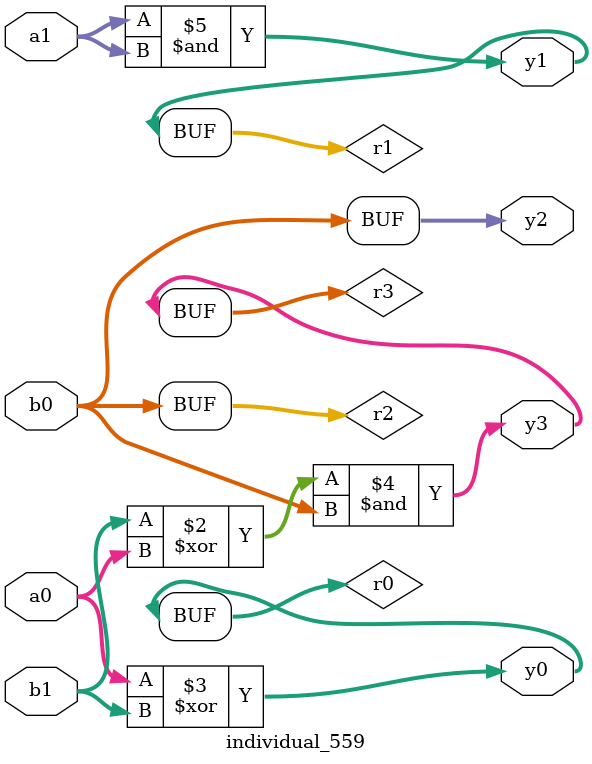
<source format=sv>
module individual_559(input logic [15:0] a1, input logic [15:0] a0, input logic [15:0] b1, input logic [15:0] b0, output logic [15:0] y3, output logic [15:0] y2, output logic [15:0] y1, output logic [15:0] y0);
logic [15:0] r0, r1, r2, r3; 
 always@(*) begin 
	 r0 = a0; r1 = a1; r2 = b0; r3 = b1; 
 	 r3  ^=  a0 ;
 	 r0  ^=  b1 ;
 	 r3  &=  r2 ;
 	 r1  &=  r1 ;
 	 y3 = r3; y2 = r2; y1 = r1; y0 = r0; 
end
endmodule
</source>
